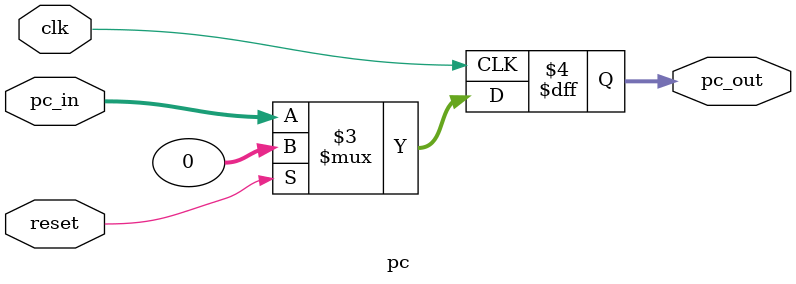
<source format=v>
module pc (
    input clk, reset,
    input [31:0] pc_in,
    output reg [31:0] pc_out
);
    always @(posedge clk) begin
        pc_out <= (reset == 1) ? 32'd0 : pc_in;
    end
endmodule
</source>
